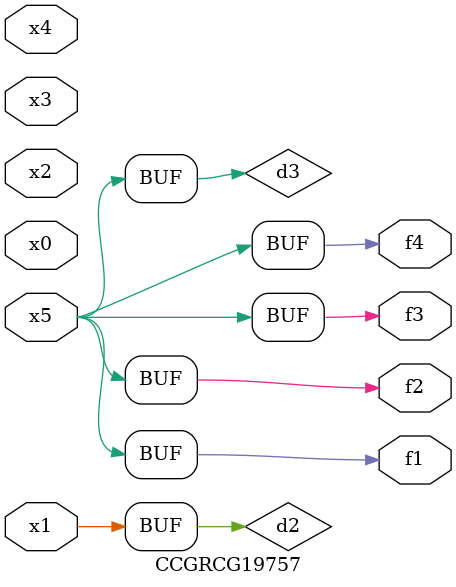
<source format=v>
module CCGRCG19757(
	input x0, x1, x2, x3, x4, x5,
	output f1, f2, f3, f4
);

	wire d1, d2, d3;

	not (d1, x5);
	or (d2, x1);
	xnor (d3, d1);
	assign f1 = d3;
	assign f2 = d3;
	assign f3 = d3;
	assign f4 = d3;
endmodule

</source>
